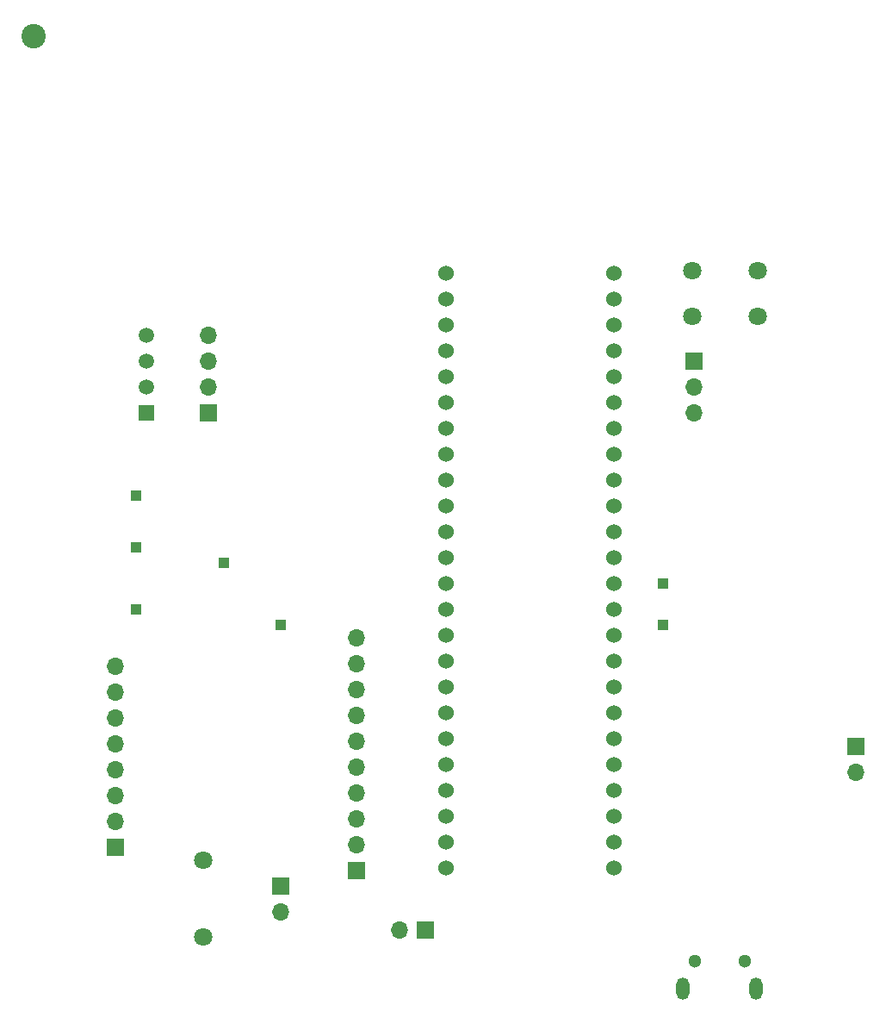
<source format=gbr>
%TF.GenerationSoftware,KiCad,Pcbnew,(7.0.0)*%
%TF.CreationDate,2023-04-03T20:33:43+02:00*%
%TF.ProjectId,EEE3088_design_project,45454533-3038-4385-9f64-657369676e5f,1.0*%
%TF.SameCoordinates,Original*%
%TF.FileFunction,Soldermask,Bot*%
%TF.FilePolarity,Negative*%
%FSLAX46Y46*%
G04 Gerber Fmt 4.6, Leading zero omitted, Abs format (unit mm)*
G04 Created by KiCad (PCBNEW (7.0.0)) date 2023-04-03 20:33:43*
%MOMM*%
%LPD*%
G01*
G04 APERTURE LIST*
%ADD10R,1.700000X1.700000*%
%ADD11O,1.700000X1.700000*%
%ADD12R,1.000000X1.000000*%
%ADD13R,1.500000X1.500000*%
%ADD14C,1.500000*%
%ADD15C,1.800000*%
%ADD16C,1.300000*%
%ADD17O,1.300000X2.200000*%
%ADD18C,2.400000*%
%ADD19C,1.524000*%
G04 APERTURE END LIST*
D10*
%TO.C,J3*%
X136651999Y-148335999D03*
D11*
X134111999Y-148335999D03*
%TD*%
D10*
%TO.C,J5*%
X122427999Y-144012999D03*
D11*
X122427999Y-146552999D03*
%TD*%
D12*
%TO.C,TP10*%
X160019999Y-118363999D03*
%TD*%
D13*
%TO.C,U8*%
X109219999Y-97536015D03*
D14*
X109220000Y-94996011D03*
X109220000Y-92456005D03*
X109220000Y-89916000D03*
%TD*%
D12*
%TO.C,TP5*%
X108203999Y-105663999D03*
%TD*%
D15*
%TO.C,S1*%
X162866064Y-83602064D03*
X169365936Y-83602064D03*
X162866064Y-88101936D03*
X169365936Y-88101936D03*
%TD*%
D10*
%TO.C,J1*%
X179012999Y-130296999D03*
D11*
X179012999Y-132836999D03*
%TD*%
D15*
%TO.C,TH1*%
X114808000Y-141537936D03*
X114808000Y-149038064D03*
%TD*%
D12*
%TO.C,TP9*%
X160019999Y-114299999D03*
%TD*%
D10*
%TO.C,J8*%
X106171999Y-140207999D03*
D11*
X106171999Y-137667999D03*
X106171999Y-135127999D03*
X106171999Y-132587999D03*
X106171999Y-130047999D03*
X106171999Y-127507999D03*
X106171999Y-124967999D03*
X106171999Y-122427999D03*
%TD*%
D16*
%TO.C,USB1*%
X168032943Y-151424446D03*
D17*
X169207948Y-154094498D03*
X162008050Y-154094498D03*
D16*
X163183057Y-151424446D03*
%TD*%
D10*
%TO.C,J6*%
X163067999Y-92470999D03*
D11*
X163067999Y-95010999D03*
X163067999Y-97550999D03*
%TD*%
D10*
%TO.C,J2*%
X129850999Y-142488999D03*
D11*
X129850999Y-139948999D03*
X129850999Y-137408999D03*
X129850999Y-134868999D03*
X129850999Y-132328999D03*
X129850999Y-129788999D03*
X129850999Y-127248999D03*
X129850999Y-124708999D03*
X129850999Y-122168999D03*
X129850999Y-119628999D03*
%TD*%
D12*
%TO.C,TP6*%
X108203999Y-110743999D03*
%TD*%
%TO.C,TP7*%
X122427999Y-118363999D03*
%TD*%
D18*
%TO.C,BT1*%
X98106837Y-60580000D03*
%TD*%
D19*
%TO.C,J7*%
X138684000Y-83820000D03*
X138684000Y-86360000D03*
X138684000Y-88900000D03*
X138684000Y-91440000D03*
X138684000Y-93980000D03*
X138684000Y-96520000D03*
X138684000Y-99060000D03*
X138684000Y-101600000D03*
X138684000Y-104140000D03*
X138684000Y-106680000D03*
X138684000Y-109220000D03*
X138684000Y-111760000D03*
X138684000Y-114300000D03*
X138684000Y-116840000D03*
X138684000Y-119380000D03*
X138684000Y-121920000D03*
X138684000Y-124460000D03*
X138684000Y-127000000D03*
X138684000Y-129540000D03*
X138684000Y-132080000D03*
X138684000Y-134620000D03*
X138684000Y-137160000D03*
X138684000Y-139700000D03*
X138684000Y-142240000D03*
X155194000Y-142240000D03*
X155194000Y-139700000D03*
X155194000Y-137160000D03*
X155194000Y-134620000D03*
X155194000Y-132080000D03*
X155194000Y-129540000D03*
X155194000Y-127000000D03*
X155194000Y-124460000D03*
X155194000Y-121920000D03*
X155194000Y-119380000D03*
X155194000Y-116840000D03*
X155194000Y-114300000D03*
X155194000Y-111760000D03*
X155194000Y-109220000D03*
X155194000Y-106680000D03*
X155194000Y-104140000D03*
X155194000Y-101600000D03*
X155194000Y-99060000D03*
X155194000Y-96520000D03*
X155194000Y-93980000D03*
X155194000Y-91440000D03*
X155194000Y-88900000D03*
X155194000Y-86360000D03*
X155194000Y-83820000D03*
%TD*%
D10*
%TO.C,J4*%
X115315999Y-97535999D03*
D11*
X115315999Y-94995999D03*
X115315999Y-92455999D03*
X115315999Y-89915999D03*
%TD*%
D12*
%TO.C,TP4*%
X116839999Y-112267999D03*
%TD*%
%TO.C,TP8*%
X108203999Y-116839999D03*
%TD*%
M02*

</source>
